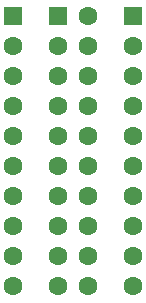
<source format=gtl>
%FSLAX33Y33*%
%MOMM*%
%ADD10R,1.6X1.6*%
%ADD11C,1.6*%
D10*
%LNtop copper_traces*%
%LNtop copper component 309694ad8b3f13a2*%
G01*
X1270Y24765D03*
D11*
X1270Y22225D03*
X1270Y19685D03*
X1270Y17145D03*
X1270Y14605D03*
X1270Y12065D03*
X1270Y9525D03*
X1270Y6985D03*
X1270Y4445D03*
X1270Y1905D03*
%LNtop copper component c8eb11d80bf9654a*%
D10*
X5080Y24765D03*
D11*
X5080Y22225D03*
X5080Y19685D03*
X5080Y17145D03*
X5080Y14605D03*
X5080Y12065D03*
X5080Y9525D03*
X5080Y6985D03*
X5080Y4445D03*
X5080Y1905D03*
X7620Y24765D03*
X7620Y22225D03*
X7620Y19685D03*
X7620Y17145D03*
X7620Y14605D03*
X7620Y12065D03*
X7620Y9525D03*
X7620Y6985D03*
X7620Y4445D03*
X7620Y1905D03*
%LNtop copper component cb1a5b1a6717c329*%
D10*
X11430Y24765D03*
D11*
X11430Y22225D03*
X11430Y19685D03*
X11430Y17145D03*
X11430Y14605D03*
X11430Y12065D03*
X11430Y9525D03*
X11430Y6985D03*
X11430Y4445D03*
X11430Y1905D03*
M02*
</source>
